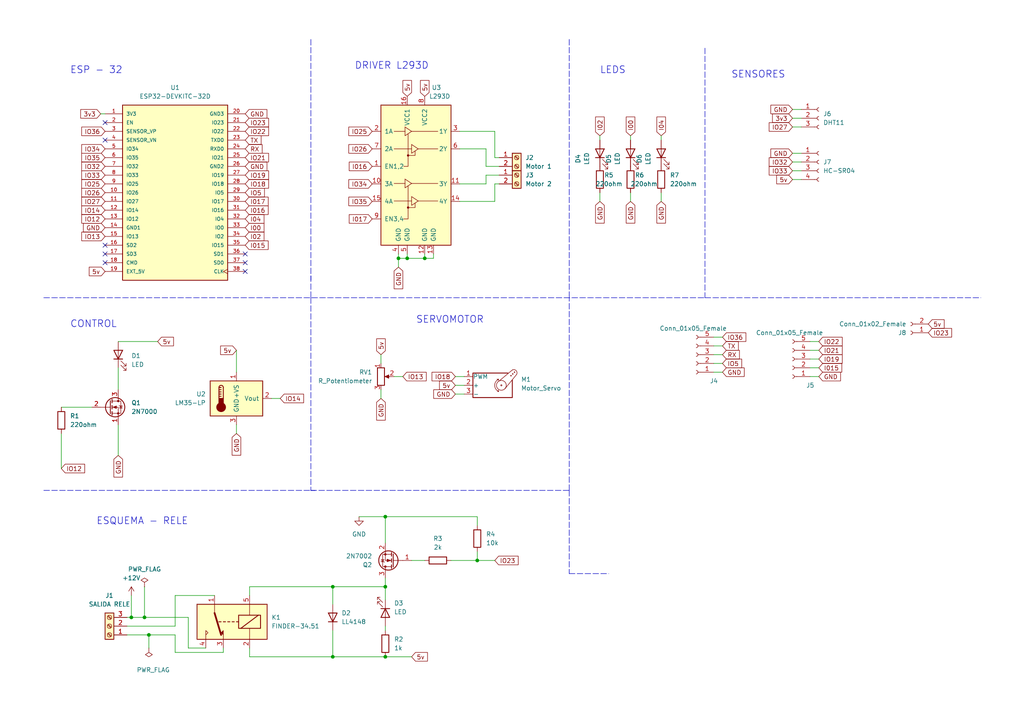
<source format=kicad_sch>
(kicad_sch (version 20211123) (generator eeschema)
  (paper "A4")
  (title_block (title "PLANTA DE ENTRENAMIENTO PARA uPy (PEUPY)") (date "2022-04-21"))
  (lib_symbols
    (symbol "Connector:Conn_01x02_Female" (pin_names (offset 1.016) hide)
      (property "Reference" "J" (at 0 2.54 0))
      (property "Value" "Conn_01x02_Female" (at 0 -5.08 0))
      (symbol "Conn_01x02_Female_1_1"
        (arc (start 0 -2.032) (mid -0.508 -2.54) (end 0 -3.048) (stroke (width 0.1524)))
        (polyline (pts (xy -1.27 -2.54) (xy -0.508 -2.54)) (stroke (width 0.1524)))
        (polyline (pts (xy -1.27 0) (xy -0.508 0)) (stroke (width 0.1524)))
        (arc (start 0 0.508) (mid -0.508 0) (end 0 -0.508) (stroke (width 0.1524)))
        (pin passive line (at -5.08 0 0) (length 3.81) (name "Pin_1") (number "1"))
        (pin passive line (at -5.08 -2.54 0) (length 3.81) (name "Pin_2") (number "2"))
      )
    )
    (symbol "Connector:Conn_01x03_Female" (pin_names (offset 1.016) hide)
      (property "Reference" "J" (at 0 5.08 0))
      (property "Value" "Conn_01x03_Female" (at 0 -5.08 0))
      (symbol "Conn_01x03_Female_1_1"
        (arc (start 0 -2.032) (mid -0.508 -2.54) (end 0 -3.048) (stroke (width 0.1524)))
        (polyline (pts (xy -1.27 -2.54) (xy -0.508 -2.54)) (stroke (width 0.1524)))
        (polyline (pts (xy -1.27 0) (xy -0.508 0)) (stroke (width 0.1524)))
        (polyline (pts (xy -1.27 2.54) (xy -0.508 2.54)) (stroke (width 0.1524)))
        (arc (start 0 0.508) (mid -0.508 0) (end 0 -0.508) (stroke (width 0.1524)))
        (arc (start 0 3.048) (mid -0.508 2.54) (end 0 2.032) (stroke (width 0.1524)))
        (pin passive line (at -5.08 2.54 0) (length 3.81) (name "Pin_1") (number "1"))
        (pin passive line (at -5.08 0 0) (length 3.81) (name "Pin_2") (number "2"))
        (pin passive line (at -5.08 -2.54 0) (length 3.81) (name "Pin_3") (number "3"))
      )
    )
    (symbol "Connector:Conn_01x04_Female" (pin_names (offset 1.016) hide)
      (property "Reference" "J" (at 0 5.08 0))
      (property "Value" "Conn_01x04_Female" (at 0 -7.62 0))
      (symbol "Conn_01x04_Female_1_1"
        (arc (start 0 -4.572) (mid -0.508 -5.08) (end 0 -5.588) (stroke (width 0.1524)))
        (arc (start 0 -2.032) (mid -0.508 -2.54) (end 0 -3.048) (stroke (width 0.1524)))
        (polyline (pts (xy -1.27 -5.08) (xy -0.508 -5.08)) (stroke (width 0.1524)))
        (polyline (pts (xy -1.27 -2.54) (xy -0.508 -2.54)) (stroke (width 0.1524)))
        (polyline (pts (xy -1.27 0) (xy -0.508 0)) (stroke (width 0.1524)))
        (polyline (pts (xy -1.27 2.54) (xy -0.508 2.54)) (stroke (width 0.1524)))
        (arc (start 0 0.508) (mid -0.508 0) (end 0 -0.508) (stroke (width 0.1524)))
        (arc (start 0 3.048) (mid -0.508 2.54) (end 0 2.032) (stroke (width 0.1524)))
        (pin passive line (at -5.08 2.54 0) (length 3.81) (name "Pin_1") (number "1"))
        (pin passive line (at -5.08 0 0) (length 3.81) (name "Pin_2") (number "2"))
        (pin passive line (at -5.08 -2.54 0) (length 3.81) (name "Pin_3") (number "3"))
        (pin passive line (at -5.08 -5.08 0) (length 3.81) (name "Pin_4") (number "4"))
      )
    )
    (symbol "Connector:Conn_01x05_Female" (pin_names (offset 1.016) hide)
      (property "Reference" "J" (at 0 7.62 0))
      (property "Value" "Conn_01x05_Female" (at 0 -7.62 0))
      (symbol "Conn_01x05_Female_1_1"
        (arc (start 0 -4.572) (mid -0.508 -5.08) (end 0 -5.588) (stroke (width 0.1524)))
        (arc (start 0 -2.032) (mid -0.508 -2.54) (end 0 -3.048) (stroke (width 0.1524)))
        (polyline (pts (xy -1.27 -5.08) (xy -0.508 -5.08)) (stroke (width 0.1524)))
        (polyline (pts (xy -1.27 -2.54) (xy -0.508 -2.54)) (stroke (width 0.1524)))
        (polyline (pts (xy -1.27 0) (xy -0.508 0)) (stroke (width 0.1524)))
        (polyline (pts (xy -1.27 2.54) (xy -0.508 2.54)) (stroke (width 0.1524)))
        (polyline (pts (xy -1.27 5.08) (xy -0.508 5.08)) (stroke (width 0.1524)))
        (arc (start 0 0.508) (mid -0.508 0) (end 0 -0.508) (stroke (width 0.1524)))
        (arc (start 0 3.048) (mid -0.508 2.54) (end 0 2.032) (stroke (width 0.1524)))
        (arc (start 0 5.588) (mid -0.508 5.08) (end 0 4.572) (stroke (width 0.1524)))
        (pin passive line (at -5.08 5.08 0) (length 3.81) (name "Pin_1") (number "1"))
        (pin passive line (at -5.08 2.54 0) (length 3.81) (name "Pin_2") (number "2"))
        (pin passive line (at -5.08 0 0) (length 3.81) (name "Pin_3") (number "3"))
        (pin passive line (at -5.08 -2.54 0) (length 3.81) (name "Pin_4") (number "4"))
        (pin passive line (at -5.08 -5.08 0) (length 3.81) (name "Pin_5") (number "5"))
      )
    )
    (symbol "Connector:Screw_Terminal_01x02" (pin_names (offset 1.016) hide)
      (property "Reference" "J" (at 0 2.54 0))
      (property "Value" "Screw_Terminal_01x02" (at 0 -5.08 0))
      (symbol "Screw_Terminal_01x02_1_1"
        (rectangle (start -1.27 1.27) (end 1.27 -3.81) (stroke (width 0.254)) (fill (type background)))
        (circle (center 0 -2.54) (radius 0.635) (stroke (width 0.1524)))
        (polyline (pts (xy -0.5334 -2.2098) (xy 0.3302 -3.048)) (stroke (width 0.1524)))
        (polyline (pts (xy -0.5334 0.3302) (xy 0.3302 -0.508)) (stroke (width 0.1524)))
        (polyline (pts (xy -0.3556 -2.032) (xy 0.508 -2.8702)) (stroke (width 0.1524)))
        (polyline (pts (xy -0.3556 0.508) (xy 0.508 -0.3302)) (stroke (width 0.1524)))
        (circle (center 0 0) (radius 0.635) (stroke (width 0.1524)))
        (pin passive line (at -5.08 0 0) (length 3.81) (name "Pin_1") (number "1"))
        (pin passive line (at -5.08 -2.54 0) (length 3.81) (name "Pin_2") (number "2"))
      )
    )
    (symbol "Connector:Screw_Terminal_01x03" (pin_names (offset 1.016) hide)
      (property "Reference" "J" (at 0 5.08 0))
      (property "Value" "Screw_Terminal_01x03" (at 0 -5.08 0))
      (symbol "Screw_Terminal_01x03_1_1"
        (rectangle (start -1.27 3.81) (end 1.27 -3.81) (stroke (width 0.254)) (fill (type background)))
        (circle (center 0 -2.54) (radius 0.635) (stroke (width 0.1524)))
        (polyline (pts (xy -0.5334 -2.2098) (xy 0.3302 -3.048)) (stroke (width 0.1524)))
        (polyline (pts (xy -0.5334 0.3302) (xy 0.3302 -0.508)) (stroke (width 0.1524)))
        (polyline (pts (xy -0.5334 2.8702) (xy 0.3302 2.032)) (stroke (width 0.1524)))
        (polyline (pts (xy -0.3556 -2.032) (xy 0.508 -2.8702)) (stroke (width 0.1524)))
        (polyline (pts (xy -0.3556 0.508) (xy 0.508 -0.3302)) (stroke (width 0.1524)))
        (polyline (pts (xy -0.3556 3.048) (xy 0.508 2.2098)) (stroke (width 0.1524)))
        (circle (center 0 0) (radius 0.635) (stroke (width 0.1524)))
        (circle (center 0 2.54) (radius 0.635) (stroke (width 0.1524)))
        (pin passive line (at -5.08 2.54 0) (length 3.81) (name "Pin_1") (number "1"))
        (pin passive line (at -5.08 0 0) (length 3.81) (name "Pin_2") (number "2"))
        (pin passive line (at -5.08 -2.54 0) (length 3.81) (name "Pin_3") (number "3"))
      )
    )
    (symbol "Device:LED" (pin_numbers hide) (pin_names (offset 1.016) hide)
      (property "Reference" "D" (at 0 2.54 0))
      (property "Value" "LED" (at 0 -2.54 0))
      (symbol "LED_0_1"
        (polyline (pts (xy -1.27 -1.27) (xy -1.27 1.27)) (stroke (width 0.254)))
        (polyline (pts (xy -1.27 0) (xy 1.27 0)))
        (polyline (pts (xy 1.27 -1.27) (xy 1.27 1.27) (xy -1.27 0) (xy 1.27 -1.27)) (stroke (width 0.254)))
        (polyline (pts (xy -3.048 -0.762) (xy -4.572 -2.286) (xy -3.81 -2.286) (xy -4.572 -2.286) (xy -4.572 -1.524)))
        (polyline (pts (xy -1.778 -0.762) (xy -3.302 -2.286) (xy -2.54 -2.286) (xy -3.302 -2.286) (xy -3.302 -1.524)))
      )
      (symbol "LED_1_1"
        (pin passive line (at -3.81 0 0) (length 2.54) (name "K") (number "1"))
        (pin passive line (at 3.81 0 180) (length 2.54) (name "A") (number "2"))
      )
    )
    (symbol "Device:R" (pin_numbers hide) (pin_names (offset 0))
      (property "Reference" "R" (at 2.032 0 90))
      (property "Value" "R" (at 0 0 90))
      (symbol "R_0_1"
        (rectangle (start -1.016 -2.54) (end 1.016 2.54) (stroke (width 0.254)))
      )
      (symbol "R_1_1"
        (pin passive line (at 0 3.81 270) (length 1.27) (name "~") (number "1"))
        (pin passive line (at 0 -3.81 90) (length 1.27) (name "~") (number "2"))
      )
    )
    (symbol "Device:R_Potentiometer" (pin_names (offset 1.016) hide)
      (property "Reference" "RV" (at -4.445 0 90))
      (property "Value" "R_Potentiometer" (at -2.54 0 90))
      (symbol "R_Potentiometer_0_1"
        (polyline (pts (xy 2.54 0) (xy 1.524 0)))
        (polyline (pts (xy 1.143 0) (xy 2.286 0.508) (xy 2.286 -0.508) (xy 1.143 0)) (fill (type outline)))
        (rectangle (start 1.016 2.54) (end -1.016 -2.54) (stroke (width 0.254)))
      )
      (symbol "R_Potentiometer_1_1"
        (pin passive line (at 0 3.81 270) (length 1.27) (name "1") (number "1"))
        (pin passive line (at 3.81 0 180) (length 1.27) (name "2") (number "2"))
        (pin passive line (at 0 -3.81 90) (length 1.27) (name "3") (number "3"))
      )
    )
    (symbol "Diode:LL4148" (pin_numbers hide) (pin_names (offset 1.016) hide)
      (property "Reference" "D" (at 0 2.54 0))
      (property "Value" "LL4148" (at 0 -2.54 0))
      (symbol "LL4148_0_1"
        (polyline (pts (xy -1.27 1.27) (xy -1.27 -1.27)) (stroke (width 0.254)))
        (polyline (pts (xy 1.27 0) (xy -1.27 0)))
        (polyline (pts (xy 1.27 1.27) (xy 1.27 -1.27) (xy -1.27 0) (xy 1.27 1.27)) (stroke (width 0.254)))
      )
      (symbol "LL4148_1_1"
        (pin passive line (at -3.81 0 0) (length 2.54) (name "K") (number "1"))
        (pin passive line (at 3.81 0 180) (length 2.54) (name "A") (number "2"))
      )
    )
    (symbol "Driver_Motor:L293D" (pin_names (offset 1.016))
      (property "Reference" "U" (at -5.08 26.035 0))
      (property "Value" "L293D" (at -5.08 24.13 0))
      (symbol "L293D_0_1"
        (rectangle (start -10.16 22.86) (end 10.16 -17.78) (stroke (width 0.254)) (fill (type background)))
        (circle (center -2.286 -6.858) (radius 0.254) (fill (type outline)))
        (circle (center -2.286 8.255) (radius 0.254) (fill (type outline)))
        (polyline (pts (xy -6.35 -4.953) (xy -1.27 -4.953)))
        (polyline (pts (xy -6.35 0.127) (xy -3.175 0.127)))
        (polyline (pts (xy -6.35 10.16) (xy -1.27 10.16)))
        (polyline (pts (xy -6.35 15.24) (xy -3.175 15.24)))
        (polyline (pts (xy -1.27 0.127) (xy 6.35 0.127)))
        (polyline (pts (xy -1.27 15.24) (xy 6.35 15.24)))
        (polyline (pts (xy 0.635 -4.953) (xy 6.35 -4.953)))
        (polyline (pts (xy 0.635 10.16) (xy 6.35 10.16)))
        (polyline (pts (xy -2.286 -6.858) (xy -0.254 -6.858) (xy -0.254 -5.588)))
        (polyline (pts (xy -2.286 -0.635) (xy -2.286 -10.16) (xy -3.556 -10.16)))
        (polyline (pts (xy -2.286 8.255) (xy -0.254 8.255) (xy -0.254 9.525)))
        (polyline (pts (xy -2.286 14.478) (xy -2.286 5.08) (xy -3.556 5.08)))
        (polyline (pts (xy -3.175 1.397) (xy -3.175 -1.143) (xy -1.27 0.127) (xy -3.175 1.397)))
        (polyline (pts (xy -3.175 16.51) (xy -3.175 13.97) (xy -1.27 15.24) (xy -3.175 16.51)))
        (polyline (pts (xy -1.27 -3.683) (xy -1.27 -6.223) (xy 0.635 -4.953) (xy -1.27 -3.683)))
        (polyline (pts (xy -1.27 11.43) (xy -1.27 8.89) (xy 0.635 10.16) (xy -1.27 11.43)))
      )
      (symbol "L293D_1_1"
        (pin input line (at -12.7 5.08 0) (length 2.54) (name "EN1,2") (number "1"))
        (pin input line (at -12.7 0 0) (length 2.54) (name "3A") (number "10"))
        (pin output line (at 12.7 0 180) (length 2.54) (name "3Y") (number "11"))
        (pin power_in line (at 2.54 -20.32 90) (length 2.54) (name "GND") (number "12"))
        (pin power_in line (at 5.08 -20.32 90) (length 2.54) (name "GND") (number "13"))
        (pin output line (at 12.7 -5.08 180) (length 2.54) (name "4Y") (number "14"))
        (pin input line (at -12.7 -5.08 0) (length 2.54) (name "4A") (number "15"))
        (pin power_in line (at -2.54 25.4 270) (length 2.54) (name "VCC1") (number "16"))
        (pin input line (at -12.7 15.24 0) (length 2.54) (name "1A") (number "2"))
        (pin output line (at 12.7 15.24 180) (length 2.54) (name "1Y") (number "3"))
        (pin power_in line (at -5.08 -20.32 90) (length 2.54) (name "GND") (number "4"))
        (pin power_in line (at -2.54 -20.32 90) (length 2.54) (name "GND") (number "5"))
        (pin output line (at 12.7 10.16 180) (length 2.54) (name "2Y") (number "6"))
        (pin input line (at -12.7 10.16 0) (length 2.54) (name "2A") (number "7"))
        (pin power_in line (at 2.54 25.4 270) (length 2.54) (name "VCC2") (number "8"))
        (pin input line (at -12.7 -10.16 0) (length 2.54) (name "EN3,4") (number "9"))
      )
    )
    (symbol "MCU_Module:ESP32-DEVKITC-32D" (pin_names (offset 1.016))
      (property "Reference" "U" (at -15.2654 26.0604 0))
      (property "Value" "ESP32-DEVKITC-32D" (at -15.2654 -27.9654 0))
      (symbol "ESP32-DEVKITC-32D_0_0"
        (rectangle (start -15.24 -25.4) (end 15.24 25.4) (stroke (width 0.254)) (fill (type background)))
        (pin power_in line (at -20.32 22.86 0) (length 5.08) (name "3V3") (number "1"))
        (pin bidirectional line (at -20.32 0 0) (length 5.08) (name "IO26") (number "10"))
        (pin bidirectional line (at -20.32 -2.54 0) (length 5.08) (name "IO27") (number "11"))
        (pin bidirectional line (at -20.32 -5.08 0) (length 5.08) (name "IO14") (number "12"))
        (pin bidirectional line (at -20.32 -7.62 0) (length 5.08) (name "IO12") (number "13"))
        (pin power_in line (at -20.32 -10.16 0) (length 5.08) (name "GND1") (number "14"))
        (pin bidirectional line (at -20.32 -12.7 0) (length 5.08) (name "IO13") (number "15"))
        (pin bidirectional line (at -20.32 -15.24 0) (length 5.08) (name "SD2") (number "16"))
        (pin bidirectional line (at -20.32 -17.78 0) (length 5.08) (name "SD3") (number "17"))
        (pin bidirectional line (at -20.32 -20.32 0) (length 5.08) (name "CMD") (number "18"))
        (pin power_in line (at -20.32 -22.86 0) (length 5.08) (name "EXT_5V") (number "19"))
        (pin input line (at -20.32 20.32 0) (length 5.08) (name "EN") (number "2"))
        (pin power_in line (at 20.32 22.86 180) (length 5.08) (name "GND3") (number "20"))
        (pin bidirectional line (at 20.32 20.32 180) (length 5.08) (name "IO23") (number "21"))
        (pin bidirectional line (at 20.32 17.78 180) (length 5.08) (name "IO22") (number "22"))
        (pin output line (at 20.32 15.24 180) (length 5.08) (name "TXD0") (number "23"))
        (pin input line (at 20.32 12.7 180) (length 5.08) (name "RXD0") (number "24"))
        (pin bidirectional line (at 20.32 10.16 180) (length 5.08) (name "IO21") (number "25"))
        (pin power_in line (at 20.32 7.62 180) (length 5.08) (name "GND2") (number "26"))
        (pin bidirectional line (at 20.32 5.08 180) (length 5.08) (name "IO19") (number "27"))
        (pin bidirectional line (at 20.32 2.54 180) (length 5.08) (name "IO18") (number "28"))
        (pin bidirectional line (at 20.32 0 180) (length 5.08) (name "IO5") (number "29"))
        (pin input line (at -20.32 17.78 0) (length 5.08) (name "SENSOR_VP") (number "3"))
        (pin bidirectional line (at 20.32 -2.54 180) (length 5.08) (name "IO17") (number "30"))
        (pin bidirectional line (at 20.32 -5.08 180) (length 5.08) (name "IO16") (number "31"))
        (pin bidirectional line (at 20.32 -7.62 180) (length 5.08) (name "IO4") (number "32"))
        (pin bidirectional line (at 20.32 -10.16 180) (length 5.08) (name "IO0") (number "33"))
        (pin bidirectional line (at 20.32 -12.7 180) (length 5.08) (name "IO2") (number "34"))
        (pin bidirectional line (at 20.32 -15.24 180) (length 5.08) (name "IO15") (number "35"))
        (pin bidirectional line (at 20.32 -17.78 180) (length 5.08) (name "SD1") (number "36"))
        (pin bidirectional line (at 20.32 -20.32 180) (length 5.08) (name "SD0") (number "37"))
        (pin input clock (at 20.32 -22.86 180) (length 5.08) (name "CLK") (number "38"))
        (pin input line (at -20.32 15.24 0) (length 5.08) (name "SENSOR_VN") (number "4"))
        (pin bidirectional line (at -20.32 12.7 0) (length 5.08) (name "IO34") (number "5"))
        (pin bidirectional line (at -20.32 10.16 0) (length 5.08) (name "IO35") (number "6"))
        (pin bidirectional line (at -20.32 7.62 0) (length 5.08) (name "IO32") (number "7"))
        (pin bidirectional line (at -20.32 5.08 0) (length 5.08) (name "IO33") (number "8"))
        (pin bidirectional line (at -20.32 2.54 0) (length 5.08) (name "IO25") (number "9"))
      )
    )
    (symbol "Motor:Motor_Servo" (pin_names (offset 0.0254))
      (property "Reference" "M" (at -5.08 4.445 0))
      (property "Value" "Motor_Servo" (at -5.08 -4.064 0))
      (symbol "Motor_Servo_0_1"
        (polyline (pts (xy 2.413 -1.778) (xy 2.032 -1.778)))
        (polyline (pts (xy 2.413 -1.778) (xy 2.286 -1.397)))
        (polyline (pts (xy 2.413 1.778) (xy 1.905 1.778)))
        (polyline (pts (xy 2.413 1.778) (xy 2.286 1.397)))
        (polyline (pts (xy 6.35 4.445) (xy 2.54 1.27)))
        (polyline (pts (xy 7.62 3.175) (xy 4.191 -1.016)))
        (polyline (pts (xy 5.08 3.556) (xy -5.08 3.556) (xy -5.08 -3.556) (xy 6.35 -3.556) (xy 6.35 1.524)) (stroke (width 0.254)))
        (arc (start 2.413 1.778) (mid 1.2406 0) (end 2.413 -1.778))
        (circle (center 3.175 0) (radius 0.1778))
        (circle (center 3.175 0) (radius 1.4224))
        (circle (center 5.969 2.794) (radius 0.127))
        (circle (center 6.477 3.302) (radius 0.127))
        (circle (center 6.985 3.81) (radius 0.127))
        (arc (start 7.62 3.175) (mid 7.4485 4.2735) (end 6.35 4.445))
      )
      (symbol "Motor_Servo_1_1"
        (pin passive line (at -7.62 2.54 0) (length 2.54) (name "PWM") (number "1"))
        (pin passive line (at -7.62 0 0) (length 2.54) (name "+") (number "2"))
        (pin passive line (at -7.62 -2.54 0) (length 2.54) (name "-") (number "3"))
      )
    )
    (symbol "Relay:FINDER-34.51"
      (property "Reference" "K1" (at -11.43 -1.2701 0))
      (property "Value" "FINDER-34.51" (at -11.43 1.2699 0))
      (symbol "FINDER-34.51_0_0"
        (polyline (pts (xy 7.62 5.08) (xy 7.62 2.54) (xy 6.985 3.175) (xy 7.62 3.81)))
      )
      (symbol "FINDER-34.51_0_1"
        (rectangle (start -10.16 5.08) (end 10.16 -5.08) (stroke (width 0.254)) (fill (type background)))
        (rectangle (start -8.255 1.905) (end -1.905 -1.905) (stroke (width 0.254)))
        (polyline (pts (xy -7.62 -1.905) (xy -2.54 1.905)) (stroke (width 0.254)))
        (polyline (pts (xy -5.08 -5.08) (xy -5.08 -1.905)))
        (polyline (pts (xy -5.08 5.08) (xy -5.08 1.905)))
        (polyline (pts (xy -1.905 0) (xy -1.27 0)) (stroke (width 0.254)))
        (polyline (pts (xy -0.635 0) (xy 0 0)) (stroke (width 0.254)))
        (polyline (pts (xy 0.635 0) (xy 1.27 0)) (stroke (width 0.254)))
        (polyline (pts (xy 1.905 0) (xy 2.54 0)) (stroke (width 0.254)))
        (polyline (pts (xy 3.175 0) (xy 3.81 0)) (stroke (width 0.254)))
        (polyline (pts (xy 5.08 -2.54) (xy 3.175 3.81)) (stroke (width 0.508)))
        (polyline (pts (xy 5.08 -2.54) (xy 5.08 -5.08)))
        (polyline (pts (xy 2.54 5.08) (xy 2.54 2.54) (xy 3.175 3.175) (xy 2.54 3.81)) (fill (type outline)))
      )
      (symbol "FINDER-34.51_1_1"
        (pin passive line (at 5.08 -7.62 90) (length 2.54) (name "~") (number "1"))
        (pin passive line (at -5.08 7.62 270) (length 2.54) (name "~") (number "2"))
        (pin passive line (at 2.54 7.62 270) (length 2.54) (name "~") (number "3"))
        (pin passive line (at 7.62 7.62 270) (length 2.54) (name "~") (number "4"))
        (pin passive line (at -5.08 -7.62 90) (length 2.54) (name "~") (number "5"))
      )
    )
    (symbol "Sensor_Temperature:LM35-LP" (pin_names (offset 1.016))
      (property "Reference" "U" (at -6.35 6.35 0))
      (property "Value" "LM35-LP" (at 1.27 6.35 0))
      (symbol "LM35-LP_0_1"
        (rectangle (start -7.62 5.08) (end 7.62 -5.08) (stroke (width 0.254)) (fill (type background)))
        (circle (center -4.445 -2.54) (radius 1.27) (stroke (width 0.254)) (fill (type outline)))
        (rectangle (start -3.81 -1.905) (end -5.08 0) (stroke (width 0.254)) (fill (type outline)))
        (arc (start -3.81 3.175) (mid -4.445 3.81) (end -5.08 3.175) (stroke (width 0.254)))
        (polyline (pts (xy -5.08 0.635) (xy -4.445 0.635)) (stroke (width 0.254)))
        (polyline (pts (xy -5.08 1.27) (xy -4.445 1.27)) (stroke (width 0.254)))
        (polyline (pts (xy -5.08 1.905) (xy -4.445 1.905)) (stroke (width 0.254)))
        (polyline (pts (xy -5.08 2.54) (xy -4.445 2.54)) (stroke (width 0.254)))
        (polyline (pts (xy -5.08 3.175) (xy -5.08 0)) (stroke (width 0.254)))
        (polyline (pts (xy -5.08 3.175) (xy -4.445 3.175)) (stroke (width 0.254)))
        (polyline (pts (xy -3.81 3.175) (xy -3.81 0)) (stroke (width 0.254)))
      )
      (symbol "LM35-LP_1_1"
        (pin power_in line (at 0 7.62 270) (length 2.54) (name "+VS") (number "1"))
        (pin output line (at 10.16 0 180) (length 2.54) (name "Vout") (number "2"))
        (pin power_in line (at 0 -7.62 90) (length 2.54) (name "GND") (number "3"))
      )
    )
    (symbol "Transistor_FET:2N7000" (pin_names hide)
      (property "Reference" "Q" (at 5.08 1.905 0))
      (property "Value" "2N7000" (at 5.08 0 0))
      (symbol "2N7000_0_1"
        (polyline (pts (xy 0.254 0) (xy -2.54 0)))
        (polyline (pts (xy 0.254 1.905) (xy 0.254 -1.905)) (stroke (width 0.254)))
        (polyline (pts (xy 0.762 -1.27) (xy 0.762 -2.286)) (stroke (width 0.254)))
        (polyline (pts (xy 0.762 0.508) (xy 0.762 -0.508)) (stroke (width 0.254)))
        (polyline (pts (xy 0.762 2.286) (xy 0.762 1.27)) (stroke (width 0.254)))
        (polyline (pts (xy 2.54 2.54) (xy 2.54 1.778)))
        (polyline (pts (xy 2.54 -2.54) (xy 2.54 0) (xy 0.762 0)))
        (polyline (pts (xy 0.762 -1.778) (xy 3.302 -1.778) (xy 3.302 1.778) (xy 0.762 1.778)))
        (polyline (pts (xy 1.016 0) (xy 2.032 0.381) (xy 2.032 -0.381) (xy 1.016 0)) (fill (type outline)))
        (polyline (pts (xy 2.794 0.508) (xy 2.921 0.381) (xy 3.683 0.381) (xy 3.81 0.254)))
        (polyline (pts (xy 3.302 0.381) (xy 2.921 -0.254) (xy 3.683 -0.254) (xy 3.302 0.381)))
        (circle (center 1.651 0) (radius 2.794) (stroke (width 0.254)))
        (circle (center 2.54 -1.778) (radius 0.254) (fill (type outline)))
        (circle (center 2.54 1.778) (radius 0.254) (fill (type outline)))
      )
      (symbol "2N7000_1_1"
        (pin passive line (at 2.54 -5.08 90) (length 2.54) (name "S") (number "1"))
        (pin input line (at -5.08 0 0) (length 2.54) (name "G") (number "2"))
        (pin passive line (at 2.54 5.08 270) (length 2.54) (name "D") (number "3"))
      )
    )
    (symbol "Transistor_FET:2N7002" (pin_names hide)
      (property "Reference" "Q" (at 5.08 1.905 0))
      (property "Value" "2N7002" (at 5.08 0 0))
      (symbol "2N7002_0_1"
        (polyline (pts (xy 0.254 0) (xy -2.54 0)))
        (polyline (pts (xy 0.254 1.905) (xy 0.254 -1.905)) (stroke (width 0.254)))
        (polyline (pts (xy 0.762 -1.27) (xy 0.762 -2.286)) (stroke (width 0.254)))
        (polyline (pts (xy 0.762 0.508) (xy 0.762 -0.508)) (stroke (width 0.254)))
        (polyline (pts (xy 0.762 2.286) (xy 0.762 1.27)) (stroke (width 0.254)))
        (polyline (pts (xy 2.54 2.54) (xy 2.54 1.778)))
        (polyline (pts (xy 2.54 -2.54) (xy 2.54 0) (xy 0.762 0)))
        (polyline (pts (xy 0.762 -1.778) (xy 3.302 -1.778) (xy 3.302 1.778) (xy 0.762 1.778)))
        (polyline (pts (xy 1.016 0) (xy 2.032 0.381) (xy 2.032 -0.381) (xy 1.016 0)) (fill (type outline)))
        (polyline (pts (xy 2.794 0.508) (xy 2.921 0.381) (xy 3.683 0.381) (xy 3.81 0.254)))
        (polyline (pts (xy 3.302 0.381) (xy 2.921 -0.254) (xy 3.683 -0.254) (xy 3.302 0.381)))
        (circle (center 1.651 0) (radius 2.794) (stroke (width 0.254)))
        (circle (center 2.54 -1.778) (radius 0.254) (fill (type outline)))
        (circle (center 2.54 1.778) (radius 0.254) (fill (type outline)))
      )
      (symbol "2N7002_1_1"
        (pin input line (at -5.08 0 0) (length 2.54) (name "G") (number "1"))
        (pin passive line (at 2.54 -5.08 90) (length 2.54) (name "S") (number "2"))
        (pin passive line (at 2.54 5.08 270) (length 2.54) (name "D") (number "3"))
      )
    )
    (symbol "power:+12V" (power) (pin_names (offset 0))
      (property "Value" "+12V" (at 0 3.556 0))
      (symbol "+12V_0_1"
        (polyline (pts (xy -0.762 1.27) (xy 0 2.54)))
        (polyline (pts (xy 0 0) (xy 0 2.54)))
        (polyline (pts (xy 0 2.54) (xy 0.762 1.27)))
      )
      (symbol "+12V_1_1"
        (pin power_in line (at 0 0 90) (length 0) hide (name "+12V") (number "1"))
      )
    )
    (symbol "power:GND" (power) (pin_names (offset 0))
      (property "Value" "GND" (at 0 -3.81 0))
      (symbol "GND_0_1"
        (polyline (pts (xy 0 0) (xy 0 -1.27) (xy 1.27 -1.27) (xy 0 -2.54) (xy -1.27 -1.27) (xy 0 -1.27)))
      )
      (symbol "GND_1_1"
        (pin power_in line (at 0 0 270) (length 0) hide (name "GND") (number "1"))
      )
    )
    (symbol "power:PWR_FLAG" (power) (pin_numbers hide) (pin_names (offset 0) hide)
      (property "Value" "PWR_FLAG" (at 0 3.81 0))
      (symbol "PWR_FLAG_0_0"
        (pin power_out line (at 0 0 90) (length 0) (name "pwr") (number "1"))
      )
      (symbol "PWR_FLAG_0_1"
        (polyline (pts (xy 0 0) (xy 0 1.27) (xy -1.016 1.905) (xy 0 2.54) (xy 1.016 1.905) (xy 0 1.27)))
      )
    )
  )
  (junction (at 111.76 170.18))
  (junction (at 123.19 74.93))
  (junction (at 96.52 190.5))
  (junction (at 118.11 74.93))
  (junction (at 38.1 179.07))
  (junction (at 138.43 162.56))
  (junction (at 96.52 170.18))
  (junction (at 111.76 190.5))
  (junction (at 41.91 179.07))
  (junction (at 43.18 184.15))
  (junction (at 115.57 74.93))
  (junction (at 111.76 149.86))
  (no_connect (at 71.12 78.74))
  (no_connect (at 71.12 76.2))
  (no_connect (at 30.48 35.56))
  (no_connect (at 30.48 40.64))
  (no_connect (at 30.48 71.12))
  (no_connect (at 30.48 73.66))
  (no_connect (at 30.48 76.2))
  (no_connect (at 71.12 73.66))
  (wire (pts (xy 130.81 162.56) (xy 138.43 162.56)))
  (wire (pts (xy 54.61 187.96) (xy 54.61 179.07)))
  (wire (pts (xy 132.08 114.3) (xy 134.62 114.3)))
  (wire (pts (xy 116.84 109.22) (xy 114.3 109.22)))
  (wire (pts (xy 72.39 170.18) (xy 96.52 170.18)))
  (wire (pts (xy 36.83 184.15) (xy 43.18 184.15)))
  (wire (pts (xy 81.28 115.57) (xy 78.74 115.57)))
  (wire (pts (xy 132.08 111.76) (xy 134.62 111.76)))
  (polyline (pts (xy 204.47 13.97) (xy 204.47 86.36)))
  (wire (pts (xy 111.76 170.18) (xy 111.76 167.64)))
  (polyline (pts (xy 90.17 142.24) (xy 91.44 142.24)))
  (wire (pts (xy 111.76 149.86) (xy 138.43 149.86)))
  (wire (pts (xy 41.91 170.18) (xy 41.91 179.07)))
  (wire (pts (xy 138.43 162.56) (xy 138.43 160.02)))
  (wire (pts (xy 234.95 106.68) (xy 237.49 106.68)))
  (wire (pts (xy 50.8 172.72) (xy 50.8 181.61)))
  (wire (pts (xy 72.39 172.72) (xy 72.39 170.18)))
  (wire (pts (xy 41.91 179.07) (xy 54.61 179.07)))
  (wire (pts (xy 143.51 38.1) (xy 143.51 45.72)))
  (wire (pts (xy 140.97 53.34) (xy 140.97 50.8)))
  (wire (pts (xy 118.11 74.93) (xy 123.19 74.93)))
  (wire (pts (xy 133.35 58.42) (xy 143.51 58.42)))
  (wire (pts (xy 64.77 189.23) (xy 50.8 189.23)))
  (wire (pts (xy 50.8 189.23) (xy 50.8 184.15)))
  (wire (pts (xy 111.76 170.18) (xy 96.52 170.18)))
  (wire (pts (xy 119.38 162.56) (xy 123.19 162.56)))
  (wire (pts (xy 68.58 101.6) (xy 68.58 107.95)))
  (wire (pts (xy 96.52 182.88) (xy 96.52 190.5)))
  (polyline (pts (xy 12.7 86.36) (xy 204.47 86.36)))
  (wire (pts (xy 143.51 45.72) (xy 144.78 45.72)))
  (wire (pts (xy 38.1 172.72) (xy 38.1 179.07)))
  (wire (pts (xy 125.73 74.93) (xy 125.73 73.66)))
  (polyline (pts (xy 12.7 142.24) (xy 90.17 142.24)))
  (polyline (pts (xy 90.17 86.36) (xy 90.17 142.24)))
  (wire (pts (xy 68.58 125.73) (xy 68.58 123.19)))
  (wire (pts (xy 43.18 184.15) (xy 43.18 187.96)))
  (wire (pts (xy 234.95 101.6) (xy 237.49 101.6)))
  (wire (pts (xy 229.87 44.45) (xy 232.41 44.45)))
  (wire (pts (xy 110.49 102.87) (xy 110.49 105.41)))
  (wire (pts (xy 17.78 118.11) (xy 26.67 118.11)))
  (wire (pts (xy 133.35 43.18) (xy 140.97 43.18)))
  (wire (pts (xy 173.99 39.37) (xy 173.99 40.64)))
  (wire (pts (xy 132.08 109.22) (xy 134.62 109.22)))
  (wire (pts (xy 96.52 190.5) (xy 111.76 190.5)))
  (polyline (pts (xy 165.1 142.24) (xy 165.1 86.36)))
  (wire (pts (xy 138.43 149.86) (xy 138.43 152.4)))
  (wire (pts (xy 62.23 172.72) (xy 50.8 172.72)))
  (wire (pts (xy 111.76 181.61) (xy 111.76 182.88)))
  (wire (pts (xy 207.01 97.79) (xy 209.55 97.79)))
  (wire (pts (xy 115.57 77.47) (xy 115.57 74.93)))
  (wire (pts (xy 229.87 34.29) (xy 232.41 34.29)))
  (wire (pts (xy 115.57 74.93) (xy 118.11 74.93)))
  (wire (pts (xy 182.88 39.37) (xy 182.88 40.64)))
  (wire (pts (xy 29.21 33.02) (xy 30.48 33.02)))
  (wire (pts (xy 111.76 157.48) (xy 111.76 149.86)))
  (wire (pts (xy 138.43 162.56) (xy 143.51 162.56)))
  (wire (pts (xy 72.39 187.96) (xy 72.39 190.5)))
  (wire (pts (xy 118.11 73.66) (xy 118.11 74.93)))
  (wire (pts (xy 110.49 115.57) (xy 110.49 113.03)))
  (polyline (pts (xy 165.1 11.43) (xy 165.1 81.28)))
  (wire (pts (xy 182.88 58.42) (xy 182.88 55.88)))
  (polyline (pts (xy 165.1 166.37) (xy 176.53 166.37)))
  (wire (pts (xy 115.57 74.93) (xy 115.57 73.66)))
  (wire (pts (xy 123.19 74.93) (xy 125.73 74.93)))
  (wire (pts (xy 50.8 181.61) (xy 36.83 181.61)))
  (wire (pts (xy 173.99 58.42) (xy 173.99 55.88)))
  (wire (pts (xy 34.29 106.68) (xy 34.29 113.03)))
  (wire (pts (xy 234.95 104.14) (xy 237.49 104.14)))
  (wire (pts (xy 229.87 46.99) (xy 232.41 46.99)))
  (polyline (pts (xy 90.17 142.24) (xy 165.1 142.24)))
  (wire (pts (xy 50.8 184.15) (xy 43.18 184.15)))
  (wire (pts (xy 111.76 170.18) (xy 111.76 173.99)))
  (wire (pts (xy 111.76 190.5) (xy 119.38 190.5)))
  (wire (pts (xy 140.97 48.26) (xy 144.78 48.26)))
  (wire (pts (xy 133.35 38.1) (xy 143.51 38.1)))
  (wire (pts (xy 36.83 179.07) (xy 38.1 179.07)))
  (wire (pts (xy 191.77 58.42) (xy 191.77 55.88)))
  (wire (pts (xy 207.01 105.41) (xy 209.55 105.41)))
  (wire (pts (xy 38.1 179.07) (xy 41.91 179.07)))
  (wire (pts (xy 72.39 190.5) (xy 96.52 190.5)))
  (polyline (pts (xy 165.1 142.24) (xy 165.1 166.37)))
  (wire (pts (xy 229.87 36.83) (xy 232.41 36.83)))
  (wire (pts (xy 191.77 39.37) (xy 191.77 40.64)))
  (wire (pts (xy 229.87 31.75) (xy 232.41 31.75)))
  (wire (pts (xy 207.01 102.87) (xy 209.55 102.87)))
  (wire (pts (xy 17.78 125.73) (xy 17.78 135.89)))
  (polyline (pts (xy 165.1 80.01) (xy 165.1 86.36)))
  (wire (pts (xy 229.87 49.53) (xy 232.41 49.53)))
  (wire (pts (xy 140.97 43.18) (xy 140.97 48.26)))
  (wire (pts (xy 207.01 100.33) (xy 209.55 100.33)))
  (wire (pts (xy 140.97 50.8) (xy 144.78 50.8)))
  (wire (pts (xy 143.51 58.42) (xy 143.51 53.34)))
  (wire (pts (xy 59.69 187.96) (xy 54.61 187.96)))
  (polyline (pts (xy 204.47 86.36) (xy 284.48 86.36)))
  (wire (pts (xy 234.95 109.22) (xy 237.49 109.22)))
  (wire (pts (xy 96.52 170.18) (xy 96.52 175.26)))
  (wire (pts (xy 207.01 107.95) (xy 209.55 107.95)))
  (wire (pts (xy 133.35 53.34) (xy 140.97 53.34)))
  (wire (pts (xy 123.19 73.66) (xy 123.19 74.93)))
  (wire (pts (xy 234.95 99.06) (xy 237.49 99.06)))
  (wire (pts (xy 143.51 53.34) (xy 144.78 53.34)))
  (polyline (pts (xy 90.17 11.43) (xy 90.17 81.28)))
  (wire (pts (xy 104.14 149.86) (xy 111.76 149.86)))
  (wire (pts (xy 229.87 52.07) (xy 232.41 52.07)))
  (wire (pts (xy 64.77 187.96) (xy 64.77 189.23)))
  (wire (pts (xy 34.29 99.06) (xy 45.72 99.06)))
  (wire (pts (xy 34.29 123.19) (xy 34.29 132.08)))
  (polyline (pts (xy 90.17 80.01) (xy 90.17 86.36)))
  (text "SERVOMOTOR" (at 120.65 93.98 0) (effects (font (size 2 2)) (justify left bottom)))
  (text "LEDS" (at 173.99 21.59 0) (effects (font (size 2 2)) (justify left bottom)))
  (text "ESQUEMA - RELE " (at 27.94 152.4 0) (effects (font (size 2 2)) (justify left bottom)))
  (text "CONTROL" (at 20.32 95.25 0) (effects (font (size 2 2)) (justify left bottom)))
  (text "SENSORES\n" (at 212.09 22.86 0) (effects (font (size 2 2)) (justify left bottom)))
  (text "ESP - 32\n" (at 20.32 21.59 0) (effects (font (size 2 2)) (justify left bottom)))
  (text "DRIVER L293D" (at 102.87 20.32 0) (effects (font (size 2 2)) (justify left bottom)))
  (global_label "IO22" (shape input) (at 237.49 99.06 0) (property "Intersheet References" "${INTERSHEET_REFS}" (effects hide)))
  (global_label "IO27" (shape input) (at 229.87 36.83 180) (property "Intersheet References" "${INTERSHEET_REFS}" (effects hide)))
  (global_label "5v" (shape input) (at 45.72 99.06 0) (property "Intersheet References" "${INTERSHEET_REFS}" (effects hide)))
  (global_label "IO12" (shape input) (at 30.48 63.5 180) (property "Intersheet References" "${INTERSHEET_REFS}" (effects hide)))
  (global_label "I04" (shape input) (at 71.12 63.5 0) (property "Intersheet References" "${INTERSHEET_REFS}" (effects hide)))
  (global_label "I017" (shape input) (at 107.95 63.5 180) (property "Intersheet References" "${INTERSHEET_REFS}" (effects hide)))
  (global_label "3v3" (shape input) (at 29.21 33.02 180) (property "Intersheet References" "${INTERSHEET_REFS}" (effects hide)))
  (global_label "IO13" (shape input) (at 30.48 68.58 180) (property "Intersheet References" "${INTERSHEET_REFS}" (effects hide)))
  (global_label "GND" (shape input) (at 209.55 107.95 0) (property "Intersheet References" "${INTERSHEET_REFS}" (effects hide)))
  (global_label "RX" (shape input) (at 209.55 102.87 0) (property "Intersheet References" "${INTERSHEET_REFS}" (effects hide)))
  (global_label "IO36" (shape input) (at 209.55 97.79 0) (property "Intersheet References" "${INTERSHEET_REFS}" (effects hide)))
  (global_label "IO33" (shape input) (at 30.48 50.8 180) (property "Intersheet References" "${INTERSHEET_REFS}" (effects hide)))
  (global_label "IO27" (shape input) (at 30.48 58.42 180) (property "Intersheet References" "${INTERSHEET_REFS}" (effects hide)))
  (global_label "5v" (shape input) (at 269.24 93.98 0) (property "Intersheet References" "${INTERSHEET_REFS}" (effects hide)))
  (global_label "IO25" (shape input) (at 30.48 53.34 180) (property "Intersheet References" "${INTERSHEET_REFS}" (effects hide)))
  (global_label "IO5" (shape input) (at 71.12 55.88 0) (property "Intersheet References" "${INTERSHEET_REFS}" (effects hide)))
  (global_label "IO21" (shape input) (at 237.49 101.6 0) (property "Intersheet References" "${INTERSHEET_REFS}" (effects hide)))
  (global_label "I00" (shape input) (at 71.12 66.04 0) (property "Intersheet References" "${INTERSHEET_REFS}" (effects hide)))
  (global_label "IO12" (shape input) (at 17.78 135.89 0) (property "Intersheet References" "${INTERSHEET_REFS}" (effects hide)))
  (global_label "IO5" (shape input) (at 209.55 105.41 0) (property "Intersheet References" "${INTERSHEET_REFS}" (effects hide)))
  (global_label "IO19" (shape input) (at 237.49 104.14 0) (property "Intersheet References" "${INTERSHEET_REFS}" (effects hide)))
  (global_label "IO23" (shape input) (at 71.12 35.56 0) (property "Intersheet References" "${INTERSHEET_REFS}" (effects hide)))
  (global_label "I015" (shape input) (at 71.12 71.12 0) (property "Intersheet References" "${INTERSHEET_REFS}" (effects hide)))
  (global_label "IO26" (shape input) (at 30.48 55.88 180) (property "Intersheet References" "${INTERSHEET_REFS}" (effects hide)))
  (global_label "I015" (shape input) (at 237.49 106.68 0) (property "Intersheet References" "${INTERSHEET_REFS}" (effects hide)))
  (global_label "GND" (shape input) (at 71.12 33.02 0) (property "Intersheet References" "${INTERSHEET_REFS}" (effects hide)))
  (global_label "IO14" (shape input) (at 30.48 60.96 180) (property "Intersheet References" "${INTERSHEET_REFS}" (effects hide)))
  (global_label "I016" (shape input) (at 71.12 60.96 0) (property "Intersheet References" "${INTERSHEET_REFS}" (effects hide)))
  (global_label "TX" (shape input) (at 209.55 100.33 0) (property "Intersheet References" "${INTERSHEET_REFS}" (effects hide)))
  (global_label "I02" (shape input) (at 71.12 68.58 0) (property "Intersheet References" "${INTERSHEET_REFS}" (effects hide)))
  (global_label "IO36" (shape input) (at 30.48 38.1 180) (property "Intersheet References" "${INTERSHEET_REFS}" (effects hide)))
  (global_label "5v" (shape input) (at 132.08 111.76 180) (property "Intersheet References" "${INTERSHEET_REFS}" (effects hide)))
  (global_label "I017" (shape input) (at 71.12 58.42 0) (property "Intersheet References" "${INTERSHEET_REFS}" (effects hide)))
  (global_label "GND" (shape input) (at 71.12 48.26 0) (property "Intersheet References" "${INTERSHEET_REFS}" (effects hide)))
  (global_label "I04" (shape input) (at 191.77 39.37 90) (property "Intersheet References" "${INTERSHEET_REFS}" (effects hide)))
  (global_label "IO14" (shape input) (at 81.28 115.57 0) (property "Intersheet References" "${INTERSHEET_REFS}" (effects hide)))
  (global_label "GND" (shape input) (at 110.49 115.57 270) (property "Intersheet References" "${INTERSHEET_REFS}" (effects hide)))
  (global_label "IO13" (shape input) (at 116.84 109.22 0) (property "Intersheet References" "${INTERSHEET_REFS}" (effects hide)))
  (global_label "IO19" (shape input) (at 71.12 50.8 0) (property "Intersheet References" "${INTERSHEET_REFS}" (effects hide)))
  (global_label "3v3" (shape input) (at 229.87 34.29 180) (property "Intersheet References" "${INTERSHEET_REFS}" (effects hide)))
  (global_label "IO32" (shape input) (at 30.48 48.26 180) (property "Intersheet References" "${INTERSHEET_REFS}" (effects hide)))
  (global_label "IO18" (shape input) (at 71.12 53.34 0) (property "Intersheet References" "${INTERSHEET_REFS}" (effects hide)))
  (global_label "TX" (shape input) (at 71.12 40.64 0) (property "Intersheet References" "${INTERSHEET_REFS}" (effects hide)))
  (global_label "GND" (shape input) (at 182.88 58.42 270) (property "Intersheet References" "${INTERSHEET_REFS}" (effects hide)))
  (global_label "IO35" (shape input) (at 107.95 58.42 180) (property "Intersheet References" "${INTERSHEET_REFS}" (effects hide)))
  (global_label "GND" (shape input) (at 173.99 58.42 270) (property "Intersheet References" "${INTERSHEET_REFS}" (effects hide)))
  (global_label "5v" (shape input) (at 119.38 190.5 0) (property "Intersheet References" "${INTERSHEET_REFS}" (effects hide)))
  (global_label "I00" (shape input) (at 182.88 39.37 90) (property "Intersheet References" "${INTERSHEET_REFS}" (effects hide)))
  (global_label "I02" (shape input) (at 173.99 39.37 90) (property "Intersheet References" "${INTERSHEET_REFS}" (effects hide)))
  (global_label "IO32" (shape input) (at 229.87 46.99 180) (property "Intersheet References" "${INTERSHEET_REFS}" (effects hide)))
  (global_label "IO23" (shape input) (at 143.51 162.56 0) (property "Intersheet References" "${INTERSHEET_REFS}" (effects hide)))
  (global_label "IO26" (shape input) (at 107.95 43.18 180) (property "Intersheet References" "${INTERSHEET_REFS}" (effects hide)))
  (global_label "GND" (shape input) (at 68.58 125.73 270) (property "Intersheet References" "${INTERSHEET_REFS}" (effects hide)))
  (global_label "RX" (shape input) (at 71.12 43.18 0) (property "Intersheet References" "${INTERSHEET_REFS}" (effects hide)))
  (global_label "IO34" (shape input) (at 107.95 53.34 180) (property "Intersheet References" "${INTERSHEET_REFS}" (effects hide)))
  (global_label "GND" (shape input) (at 229.87 31.75 180) (property "Intersheet References" "${INTERSHEET_REFS}" (effects hide)))
  (global_label "GND" (shape input) (at 30.48 66.04 180) (property "Intersheet References" "${INTERSHEET_REFS}" (effects hide)))
  (global_label "IO35" (shape input) (at 30.48 45.72 180) (property "Intersheet References" "${INTERSHEET_REFS}" (effects hide)))
  (global_label "5v" (shape input) (at 30.48 78.74 180) (property "Intersheet References" "${INTERSHEET_REFS}" (effects hide)))
  (global_label "I016" (shape input) (at 107.95 48.26 180) (property "Intersheet References" "${INTERSHEET_REFS}" (effects hide)))
  (global_label "GND" (shape input) (at 132.08 114.3 180) (property "Intersheet References" "${INTERSHEET_REFS}" (effects hide)))
  (global_label "GND" (shape input) (at 34.29 132.08 270) (property "Intersheet References" "${INTERSHEET_REFS}" (effects hide)))
  (global_label "GND" (shape input) (at 115.57 77.47 270) (property "Intersheet References" "${INTERSHEET_REFS}" (effects hide)))
  (global_label "IO34" (shape input) (at 30.48 43.18 180) (property "Intersheet References" "${INTERSHEET_REFS}" (effects hide)))
  (global_label "5v" (shape input) (at 110.49 102.87 90) (property "Intersheet References" "${INTERSHEET_REFS}" (effects hide)))
  (global_label "5v" (shape input) (at 123.19 27.94 90) (property "Intersheet References" "${INTERSHEET_REFS}" (effects hide)))
  (global_label "GND" (shape input) (at 237.49 109.22 0) (property "Intersheet References" "${INTERSHEET_REFS}" (effects hide)))
  (global_label "IO25" (shape input) (at 107.95 38.1 180) (property "Intersheet References" "${INTERSHEET_REFS}" (effects hide)))
  (global_label "IO22" (shape input) (at 71.12 38.1 0) (property "Intersheet References" "${INTERSHEET_REFS}" (effects hide)))
  (global_label "5v" (shape input) (at 229.87 52.07 180) (property "Intersheet References" "${INTERSHEET_REFS}" (effects hide)))
  (global_label "5v" (shape input) (at 118.11 27.94 90) (property "Intersheet References" "${INTERSHEET_REFS}" (effects hide)))
  (global_label "GND" (shape input) (at 191.77 58.42 270) (property "Intersheet References" "${INTERSHEET_REFS}" (effects hide)))
  (global_label "IO18" (shape input) (at 132.08 109.22 180) (property "Intersheet References" "${INTERSHEET_REFS}" (effects hide)))
  (global_label "GND" (shape input) (at 229.87 44.45 180) (property "Intersheet References" "${INTERSHEET_REFS}" (effects hide)))
  (global_label "IO21" (shape input) (at 71.12 45.72 0) (property "Intersheet References" "${INTERSHEET_REFS}" (effects hide)))
  (global_label "IO33" (shape input) (at 229.87 49.53 180) (property "Intersheet References" "${INTERSHEET_REFS}" (effects hide)))
  (global_label "IO23" (shape input) (at 269.24 96.52 0) (property "Intersheet References" "${INTERSHEET_REFS}" (effects hide)))
  (global_label "5v" (shape input) (at 68.58 101.6 180) (property "Intersheet References" "${INTERSHEET_REFS}" (effects hide)))
  (symbol (lib_id "Device:R") (at 111.76 186.69 0) (unit 1)
    (property "Reference" "R2" (at 114.3 185.4199 0) (effects (justify left)))
    (property "Value" "1k" (at 114.3 187.9599 0) (effects (justify left)))
    (property "Footprint" "Resistor_SMD:R_0805_2012Metric" (effects hide))
  )
  (symbol (lib_id "Sensor_Temperature:LM35-LP") (at 68.58 115.57 0) (unit 1)
    (property "Reference" "U2" (at 59.69 114.2999 0) (effects (justify right)))
    (property "Value" "LM35-LP" (at 59.69 116.8399 0) (effects (justify right)))
    (property "Footprint" "Connector_PinHeader_2.54mm:PinHeader_1x03_P2.54mm_Vertical" (effects hide))
    (property "Datasheet" "http://www.ti.com/lit/ds/symlink/lm35.pdf" (effects hide))
  )
  (symbol (lib_id "Device:R") (at 127 162.56 90) (unit 1)
    (property "Reference" "R3" (at 127 156.21 90))
    (property "Value" "2k" (at 127 158.75 90))
    (property "Footprint" "Resistor_SMD:R_0805_2012Metric" (effects hide))
  )
  (symbol (lib_id "Device:LED") (at 111.76 177.8 270) (unit 1)
    (property "Reference" "D3" (at 114.3 174.9424 90) (effects (justify left)))
    (property "Value" "LED" (at 114.3 177.4824 90) (effects (justify left)))
    (property "Footprint" "LED_SMD:LED_0805_2012Metric" (effects hide))
  )
  (symbol (lib_id "Device:R_Potentiometer") (at 110.49 109.22 0) (unit 1)
    (property "Reference" "RV1" (at 107.95 107.9499 0) (effects (justify right)))
    (property "Value" "R_Potentiometer" (at 107.95 110.4899 0) (effects (justify right)))
    (property "Footprint" "Potentiometer_THT:TRIM_COM-09806" (effects hide))
  )
  (symbol (lib_id "Device:LED") (at 173.99 44.45 90) (unit 1)
    (property "Reference" "D4" (at 167.64 46.0375 0))
    (property "Value" "LED" (at 170.18 46.0375 0))
    (property "Footprint" "LED_SMD:LED_0805_2012Metric" (effects hide))
  )
  (symbol (lib_id "Device:R") (at 191.77 52.07 0) (unit 1)
    (property "Reference" "R7" (at 194.31 50.7999 0) (effects (justify left)))
    (property "Value" "220ohm" (at 194.31 53.3399 0) (effects (justify left)))
    (property "Footprint" "Resistor_SMD:R_0805_2012Metric" (effects hide))
  )
  (symbol (lib_id "power:GND") (at 104.14 149.86 0) (unit 1)
    (property "Reference" "#PWR03" (effects hide))
    (property "Value" "GND" (at 104.14 154.94 0))
  )
  (symbol (lib_id "Device:R") (at 182.88 52.07 0) (unit 1)
    (property "Reference" "R6" (at 184.15 50.8 0) (effects (justify left)))
    (property "Value" "220ohm" (at 182.88 53.34 0) (effects (justify left)))
    (property "Footprint" "Resistor_SMD:R_0805_2012Metric" (effects hide))
  )
  (symbol (lib_id "Device:R") (at 173.99 52.07 0) (unit 1)
    (property "Reference" "R5" (at 175.26 50.8 0) (effects (justify left)))
    (property "Value" "220ohm" (at 172.72 53.34 0) (effects (justify left)))
    (property "Footprint" "Resistor_SMD:R_0805_2012Metric" (effects hide))
  )
  (symbol (lib_id "power:PWR_FLAG") (at 43.18 187.96 180) (unit 1)
    (property "Reference" "#FLG02" (effects hide))
    (property "Value" "PWR_FLAG" (at 44.45 194.31 0))
  )
  (symbol (lib_id "Device:LED") (at 191.77 44.45 90) (unit 1)
    (property "Reference" "D6" (at 185.42 46.0375 0))
    (property "Value" "LED" (at 187.96 46.0375 0))
    (property "Footprint" "LED_SMD:LED_0805_2012Metric" (effects hide))
  )
  (symbol (lib_id "Connector:Conn_01x04_Female") (at 237.49 46.99 0) (unit 1)
    (property "Reference" "J7" (at 238.76 46.9899 0) (effects (justify left)))
    (property "Value" "HC-SR04" (at 238.76 49.5299 0) (effects (justify left)))
    (property "Footprint" "Connector_PinHeader_2.54mm:PinHeader_1x04_P2.54mm_Vertical" (effects hide))
  )
  (symbol (lib_id "Transistor_FET:2N7002") (at 114.3 162.56 180) (unit 1)
    (property "Reference" "Q2" (at 107.95 163.8301 0) (effects (justify left)))
    (property "Value" "2N7002" (at 107.95 161.2901 0) (effects (justify left)))
    (property "Footprint" "Package_TO_SOT_SMD:SOT-23" (effects hide))
    (property "Datasheet" "https://www.onsemi.com/pub/Collateral/NDS7002A-D.PDF" (effects hide))
  )
  (symbol (lib_id "power:PWR_FLAG") (at 41.91 170.18 0) (unit 1)
    (property "Reference" "#FLG01" (effects hide))
    (property "Value" "PWR_FLAG" (at 41.91 165.1 0))
  )
  (symbol (lib_id "Connector:Screw_Terminal_01x03") (at 31.75 181.61 180) (unit 1)
    (property "Reference" "J1" (at 31.75 172.72 0))
    (property "Value" "SALIDA RELE" (at 31.75 175.26 0))
    (property "Footprint" "TerminalBlock:TerminalBlock_bornier-3_P5.08mm" (effects hide))
  )
  (symbol (lib_id "Connector:Conn_01x05_Female") (at 201.93 102.87 180) (unit 1)
    (property "Reference" "J4" (at 208.28 110.49 0) (effects (justify left)))
    (property "Value" "Conn_01x05_Female" (at 210.82 95.25 0) (effects (justify left)))
    (property "Footprint" "Connector_PinSocket_2.54mm:PinSocket_1x05_P2.54mm_Vertical" (effects hide))
  )
  (symbol (lib_id "Connector:Conn_01x02_Female") (at 264.16 96.52 180) (unit 1)
    (property "Reference" "J8" (at 262.89 96.5201 0) (effects (justify left)))
    (property "Value" "Conn_01x02_Female" (at 262.89 93.9801 0) (effects (justify left)))
    (property "Footprint" "Connector_PinHeader_2.54mm:PinHeader_1x02_P2.54mm_Vertical" (effects hide))
  )
  (symbol (lib_id "power:+12V") (at 38.1 172.72 0) (unit 1)
    (property "Reference" "#PWR01" (effects hide))
    (property "Value" "+12V" (at 38.1 167.64 0))
  )
  (symbol (lib_id "Device:LED") (at 182.88 44.45 90) (unit 1)
    (property "Reference" "D5" (at 176.53 46.0375 0))
    (property "Value" "LED" (at 179.07 46.0375 0))
    (property "Footprint" "LED_SMD:LED_0805_2012Metric" (effects hide))
  )
  (symbol (lib_id "Device:R") (at 138.43 156.21 0) (unit 1)
    (property "Reference" "R4" (at 140.97 154.9399 0) (effects (justify left)))
    (property "Value" "10k" (at 140.97 157.4799 0) (effects (justify left)))
    (property "Footprint" "Resistor_SMD:R_0805_2012Metric" (effects hide))
  )
  (symbol (lib_id "Connector:Conn_01x05_Female") (at 229.87 104.14 180) (unit 1)
    (property "Reference" "J5" (at 236.22 111.76 0) (effects (justify left)))
    (property "Value" "Conn_01x05_Female" (at 238.76 96.52 0) (effects (justify left)))
    (property "Footprint" "Connector_PinSocket_2.54mm:PinSocket_1x05_P2.54mm_Vertical" (effects hide))
  )
  (symbol (lib_id "Diode:LL4148") (at 96.52 179.07 90) (unit 1)
    (property "Reference" "D2" (at 99.06 177.7999 90) (effects (justify right)))
    (property "Value" "LL4148" (at 99.06 180.3399 90) (effects (justify right)))
    (property "Footprint" "Diode_SMD:D_0805_2012Metric" (effects hide))
    (property "Datasheet" "http://www.vishay.com/docs/85557/ll4148.pdf" (effects hide))
  )
  (symbol (lib_id "Connector:Conn_01x03_Female") (at 237.49 34.29 0) (unit 1)
    (property "Reference" "J6" (at 238.76 33.0199 0) (effects (justify left)))
    (property "Value" "DHT11" (at 238.76 35.5599 0) (effects (justify left)))
    (property "Footprint" "Connector_PinHeader_2.54mm:PinHeader_1x03_P2.54mm_Vertical" (effects hide))
  )
  (symbol (lib_id "Device:LED") (at 34.29 102.87 90) (unit 1)
    (property "Reference" "D1" (at 38.1 103.1874 90) (effects (justify right)))
    (property "Value" "LED" (at 38.1 105.7274 90) (effects (justify right)))
    (property "Footprint" "LED_SMD:LED_1W_3W_R8" (effects hide))
  )
  (symbol (lib_id "Driver_Motor:L293D") (at 120.65 53.34 0) (unit 1)
    (property "Reference" "U3" (at 125.2094 25.4 0) (effects (justify left)))
    (property "Value" "L293D" (at 124.46 27.94 0) (effects (justify left)))
    (property "Footprint" "Package_DIP:DIP-16_W7.62mm" (effects hide))
    (property "Datasheet" "http://www.ti.com/lit/ds/symlink/l293.pdf" (effects hide))
  )
  (symbol (lib_id "Connector:Screw_Terminal_01x02") (at 149.86 45.72 0) (unit 1)
    (property "Reference" "J2" (at 152.4 45.7199 0) (effects (justify left)))
    (property "Value" "Motor 1" (at 152.4 48.2599 0) (effects (justify left)))
    (property "Footprint" "TerminalBlock:TerminalBlock_bornier-2_P5.08mm" (effects hide))
  )
  (symbol (lib_id "Device:R") (at 17.78 121.92 0) (unit 1)
    (property "Reference" "R1" (at 20.32 120.6499 0) (effects (justify left)))
    (property "Value" "220ohm" (at 20.32 123.1899 0) (effects (justify left)))
    (property "Footprint" "Resistor_SMD:R_0805_2012Metric" (effects hide))
  )
  (symbol (lib_id "Transistor_FET:2N7000") (at 31.75 118.11 0) (unit 1)
    (property "Reference" "Q1" (at 38.1 116.8399 0) (effects (justify left)))
    (property "Value" "2N7000" (at 38.1 119.3799 0) (effects (justify left)))
    (property "Footprint" "Package_TO_SOT_THT:TO-92_Inline" (effects hide))
    (property "Datasheet" "https://www.onsemi.com/pub/Collateral/NDS7002A-D.PDF" (effects hide))
  )
  (symbol (lib_id "Motor:Motor_Servo") (at 142.24 111.76 0) (unit 1)
    (property "Reference" "M1" (at 151.13 110.0565 0) (effects (justify left)))
    (property "Value" "Motor_Servo" (at 151.13 112.5965 0) (effects (justify left)))
    (property "Footprint" "Connector_Wire:SolderWire-0.5sqmm_1x03_P4.6mm_D0.9mm_OD2.1mm" (effects hide))
    (property "Datasheet" "http://forums.parallax.com/uploads/attachments/46831/74481.png" (effects hide))
  )
  (symbol (lib_id "Connector:Screw_Terminal_01x02") (at 149.86 50.8 0) (unit 1)
    (property "Reference" "J3" (at 152.4 50.7999 0) (effects (justify left)))
    (property "Value" "Motor 2" (at 152.4 53.3399 0) (effects (justify left)))
    (property "Footprint" "TerminalBlock:TerminalBlock_bornier-2_P5.08mm" (effects hide))
  )
  (symbol (lib_id "MCU_Module:ESP32-DEVKITC-32D") (at 50.8 55.88 0) (unit 1)
    (property "Reference" "U1" (at 50.8 25.4 0))
    (property "Value" "ESP32-DEVKITC-32D" (at 50.8 27.94 0))
    (property "Footprint" "Module:MODULE_ESP32-DEVKITC-32D" (effects hide))
    (property "MANUFACTURER" "Espressif Systems" (effects hide))
    (property "PARTREV" "4" (effects hide))
  )
  (symbol (lib_id "Relay:FINDER-34.51") (at 67.31 180.34 180) (unit 1)
    (property "Reference" "K1" (at 78.74 179.0699 0) (effects (justify right)))
    (property "Value" "FINDER-34.51" (at 78.74 181.6099 0) (effects (justify right)))
    (property "Footprint" "Relay_THT:Relay_SPDT_SANYOU_SRD_Series_Form_C" (effects hide))
    (property "Datasheet" "https://gfinder.findernet.com/public/attachments/34/EN/S34USAEN.pdf" (effects hide))
  )
)
</source>
